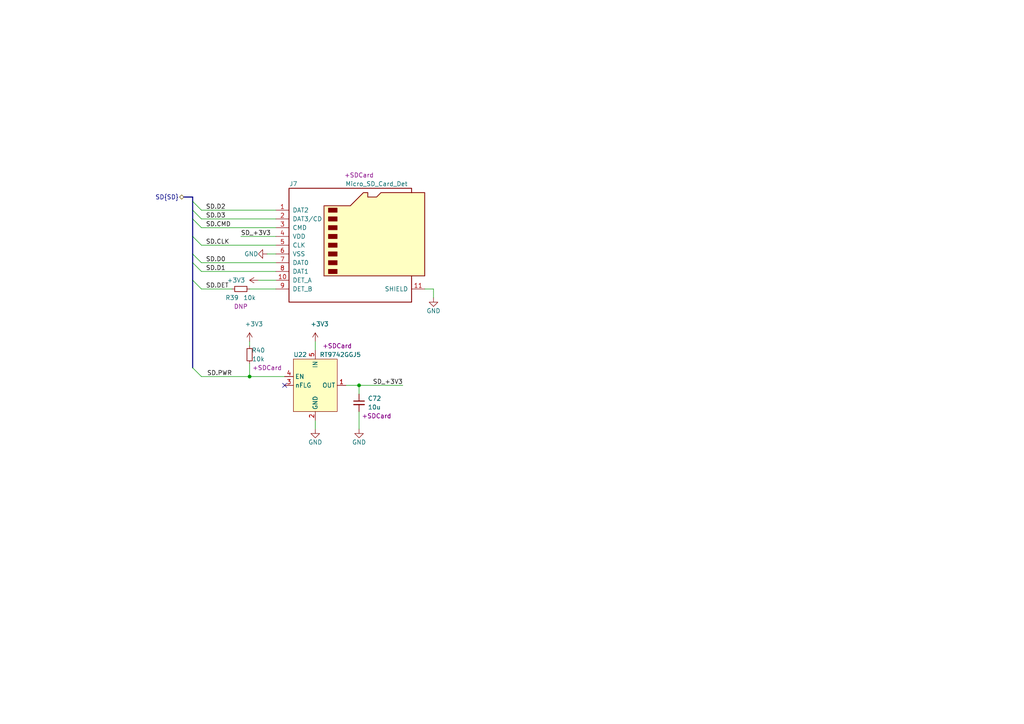
<source format=kicad_sch>
(kicad_sch (version 20211123) (generator eeschema)
  (paper "A4")
  (title_block (title "SD card") (date "2022-02-15") (rev "1.2") (company "Nabu Casa") (comment 1 "www.nabucasa.com") (comment 2 "Yellow"))
  (lib_symbols
    (symbol "Connector:Micro_SD_Card_Det" (pin_names (offset 1.016))
      (property "Reference" "J" (at -16.51 17.78 0))
      (property "Value" "Micro_SD_Card_Det" (at 16.51 17.78 0))
      (symbol "Micro_SD_Card_Det_0_1"
        (rectangle (start -7.62 -6.985) (end -5.08 -8.255) (fill (type outline)))
        (rectangle (start -7.62 -4.445) (end -5.08 -5.715) (fill (type outline)))
        (rectangle (start -7.62 -1.905) (end -5.08 -3.175) (fill (type outline)))
        (rectangle (start -7.62 0.635) (end -5.08 -0.635) (fill (type outline)))
        (rectangle (start -7.62 3.175) (end -5.08 1.905) (fill (type outline)))
        (rectangle (start -7.62 5.715) (end -5.08 4.445) (fill (type outline)))
        (rectangle (start -7.62 8.255) (end -5.08 6.985) (fill (type outline)))
        (rectangle (start -7.62 10.795) (end -5.08 9.525) (fill (type outline)))
        (polyline (pts (xy 16.51 15.24) (xy 16.51 16.51) (xy -19.05 16.51) (xy -19.05 -16.51) (xy 16.51 -16.51) (xy 16.51 -8.89)) (stroke (width 0.254)))
        (polyline (pts (xy -8.89 -8.89) (xy -8.89 11.43) (xy -1.27 11.43) (xy 2.54 15.24) (xy 3.81 15.24) (xy 3.81 13.97) (xy 6.35 13.97) (xy 7.62 15.24) (xy 20.32 15.24) (xy 20.32 -8.89) (xy -8.89 -8.89)) (stroke (width 0.254)) (fill (type background)))
      )
      (symbol "Micro_SD_Card_Det_1_1"
        (pin bidirectional line (at -22.86 10.16 0) (length 3.81) (name "DAT2") (number "1"))
        (pin passive line (at -22.86 -10.16 0) (length 3.81) (name "DET_A") (number "10"))
        (pin passive line (at 20.32 -12.7 180) (length 3.81) (name "SHIELD") (number "11"))
        (pin bidirectional line (at -22.86 7.62 0) (length 3.81) (name "DAT3/CD") (number "2"))
        (pin input line (at -22.86 5.08 0) (length 3.81) (name "CMD") (number "3"))
        (pin power_in line (at -22.86 2.54 0) (length 3.81) (name "VDD") (number "4"))
        (pin input line (at -22.86 0 0) (length 3.81) (name "CLK") (number "5"))
        (pin power_in line (at -22.86 -2.54 0) (length 3.81) (name "VSS") (number "6"))
        (pin bidirectional line (at -22.86 -5.08 0) (length 3.81) (name "DAT0") (number "7"))
        (pin bidirectional line (at -22.86 -7.62 0) (length 3.81) (name "DAT1") (number "8"))
        (pin passive line (at -22.86 -12.7 0) (length 3.81) (name "DET_B") (number "9"))
      )
    )
    (symbol "Device:C_Small" (pin_numbers hide) (pin_names (offset 0.254) hide)
      (property "Reference" "C" (at 0.254 1.778 0))
      (property "Value" "C_Small" (at 0.254 -2.032 0))
      (symbol "C_Small_0_1"
        (polyline (pts (xy -1.524 -0.508) (xy 1.524 -0.508)) (stroke (width 0.3302)))
        (polyline (pts (xy -1.524 0.508) (xy 1.524 0.508)) (stroke (width 0.3048)))
      )
      (symbol "C_Small_1_1"
        (pin passive line (at 0 2.54 270) (length 2.032) (name "~") (number "1"))
        (pin passive line (at 0 -2.54 90) (length 2.032) (name "~") (number "2"))
      )
    )
    (symbol "Device:R_Small" (pin_numbers hide) (pin_names (offset 0.254) hide)
      (property "Reference" "R" (at 0.762 0.508 0))
      (property "Value" "R_Small" (at 0.762 -1.016 0))
      (symbol "R_Small_0_1"
        (rectangle (start -0.762 1.778) (end 0.762 -1.778) (stroke (width 0.2032)))
      )
      (symbol "R_Small_1_1"
        (pin passive line (at 0 2.54 270) (length 0.762) (name "~") (number "1"))
        (pin passive line (at 0 -2.54 90) (length 0.762) (name "~") (number "2"))
      )
    )
    (symbol "Yellow:RT9742GGJ5"
      (property "Reference" "U" (at -5.08 8.89 0))
      (property "Value" "RT9742GGJ5" (at 7.62 8.89 0))
      (symbol "RT9742GGJ5_0_0"
        (pin power_out line (at 8.89 0 180) (length 2.54) (name "OUT") (number "1"))
        (pin power_in line (at 0 -10.16 90) (length 2.54) (name "GND") (number "2"))
        (pin open_collector line (at -8.89 0 0) (length 2.54) (name "nFLG") (number "3"))
        (pin input line (at -8.89 2.54 0) (length 2.54) (name "EN") (number "4"))
        (pin power_in line (at 0 10.16 270) (length 2.54) (name "IN") (number "5"))
      )
      (symbol "RT9742GGJ5_0_1"
        (rectangle (start -6.35 7.62) (end 6.35 -7.62) (fill (type background)))
      )
    )
    (symbol "power:+3V3" (power) (pin_names (offset 0))
      (property "Value" "+3V3" (at 0 3.556 0))
      (symbol "+3V3_0_1"
        (polyline (pts (xy -0.762 1.27) (xy 0 2.54)))
        (polyline (pts (xy 0 0) (xy 0 2.54)))
        (polyline (pts (xy 0 2.54) (xy 0.762 1.27)))
      )
      (symbol "+3V3_1_1"
        (pin power_in line (at 0 0 90) (length 0) hide (name "+3V3") (number "1"))
      )
    )
    (symbol "power:GND" (power) (pin_names (offset 0))
      (property "Value" "GND" (at 0 -3.81 0))
      (symbol "GND_0_1"
        (polyline (pts (xy 0 0) (xy 0 -1.27) (xy 1.27 -1.27) (xy 0 -2.54) (xy -1.27 -1.27) (xy 0 -1.27)))
      )
      (symbol "GND_1_1"
        (pin power_in line (at 0 0 270) (length 0) hide (name "GND") (number "1"))
      )
    )
  )
  (junction (at 104.14 111.76) (diameter 0.9144))
  (junction (at 72.39 109.22) (diameter 0.9144))
  (no_connect (at 82.55 111.76))
  (bus_entry (at 55.88 60.96) (size 2.54 2.54) (stroke (width 0.1524)))
  (bus_entry (at 55.88 106.68) (size 2.54 2.54) (stroke (width 0.1524)))
  (bus_entry (at 55.88 73.66) (size 2.54 2.54) (stroke (width 0.1524)))
  (bus_entry (at 55.88 68.58) (size 2.54 2.54) (stroke (width 0.1524)))
  (bus_entry (at 55.88 63.5) (size 2.54 2.54) (stroke (width 0.1524)))
  (bus_entry (at 55.88 81.28) (size 2.54 2.54) (stroke (width 0.1524)))
  (bus_entry (at 55.88 76.2) (size 2.54 2.54) (stroke (width 0.1524)))
  (bus_entry (at 55.88 58.42) (size 2.54 2.54) (stroke (width 0.1524)))
  (wire (pts (xy 100.33 111.76) (xy 104.14 111.76)))
  (bus (pts (xy 55.88 68.58) (xy 55.88 73.66)))
  (bus (pts (xy 55.88 81.28) (xy 55.88 106.68)))
  (bus (pts (xy 55.88 73.66) (xy 55.88 76.2)))
  (bus (pts (xy 55.88 76.2) (xy 55.88 81.28)))
  (bus (pts (xy 55.88 60.96) (xy 55.88 63.5)))
  (bus (pts (xy 55.88 63.5) (xy 55.88 68.58)))
  (bus (pts (xy 55.88 57.15) (xy 55.88 58.42)))
  (bus (pts (xy 55.88 58.42) (xy 55.88 60.96)))
  (wire (pts (xy 72.39 99.06) (xy 72.39 100.33)))
  (wire (pts (xy 125.73 83.82) (xy 125.73 86.36)))
  (wire (pts (xy 104.14 111.76) (xy 116.84 111.76)))
  (wire (pts (xy 58.42 76.2) (xy 80.01 76.2)))
  (wire (pts (xy 58.42 71.12) (xy 80.01 71.12)))
  (wire (pts (xy 123.19 83.82) (xy 125.73 83.82)))
  (wire (pts (xy 72.39 105.41) (xy 72.39 109.22)))
  (wire (pts (xy 58.42 63.5) (xy 80.01 63.5)))
  (wire (pts (xy 74.93 81.28) (xy 80.01 81.28)))
  (wire (pts (xy 69.85 68.58) (xy 80.01 68.58)))
  (wire (pts (xy 104.14 119.38) (xy 104.14 124.46)))
  (wire (pts (xy 58.42 78.74) (xy 80.01 78.74)))
  (wire (pts (xy 58.42 83.82) (xy 67.31 83.82)))
  (wire (pts (xy 80.01 73.66) (xy 77.47 73.66)))
  (wire (pts (xy 91.44 99.06) (xy 91.44 101.6)))
  (wire (pts (xy 58.42 60.96) (xy 80.01 60.96)))
  (wire (pts (xy 58.42 66.04) (xy 80.01 66.04)))
  (wire (pts (xy 72.39 83.82) (xy 80.01 83.82)))
  (wire (pts (xy 104.14 111.76) (xy 104.14 114.3)))
  (wire (pts (xy 91.44 121.92) (xy 91.44 124.46)))
  (wire (pts (xy 58.42 109.22) (xy 72.39 109.22)))
  (wire (pts (xy 72.39 109.22) (xy 82.55 109.22)))
  (bus (pts (xy 53.34 57.15) (xy 55.88 57.15)))
  (label "SD.D1" (at 59.69 78.74 0))
  (label "SD.CLK" (at 59.69 71.12 0))
  (label "SD.CMD" (at 59.69 66.04 0))
  (label "SD_+3V3" (at 116.84 111.76 180))
  (label "SD.D2" (at 59.69 60.96 0))
  (label "SD.PWR" (at 67.31 109.22 180))
  (label "SD.DET" (at 59.69 83.82 0))
  (label "SD.D0" (at 59.69 76.2 0))
  (label "SD.D3" (at 59.69 63.5 0))
  (label "SD_+3V3" (at 69.85 68.58 0))
  (hierarchical_label "SD{SD}" (shape bidirectional) (at 53.34 57.15 180))
  (symbol (lib_id "Device:R_Small") (at 72.39 102.87 0) (unit 1)
    (property "Reference" "R40" (at 74.93 101.6 0))
    (property "Value" "10k" (at 74.93 104.14 0))
    (property "Footprint" "Resistor_SMD:R_0402_1005Metric" (effects hide))
    (property "Config" "+SDCard" (at 77.47 106.68 0))
  )
  (symbol (lib_id "Connector:Micro_SD_Card_Det") (at 102.87 71.12 0) (unit 1)
    (property "Reference" "J7" (at 85.09 53.34 0))
    (property "Value" "Micro_SD_Card_Det" (at 109.22 53.34 0))
    (property "Footprint" "Connector_Card:microSD_HC_Molex_104031-0811" (effects hide))
    (property "Datasheet" "https://www.hirose.com/product/en/download_file/key_name/DM3/category/Catalog/doc_file_id/49662/?file_category_id=4&item_id=195&is_series=1" (effects hide))
    (property "Config" "+SDCard" (at 104.14 50.8 0))
    (property "Manufacturer" "Molex" (effects hide))
    (property "PartNumber" "104031-0811" (effects hide))
  )
  (symbol (lib_id "Yellow:RT9742GGJ5") (at 91.44 111.76 0) (unit 1)
    (property "Reference" "U22" (at 85.09 102.87 0) (effects (justify left)))
    (property "Value" "RT9742GGJ5" (at 92.71 102.87 0) (effects (justify left)))
    (property "Footprint" "Package_TO_SOT_SMD:SOT-23-5" (effects hide))
    (property "Datasheet" "https://www.richtek.com/assets/product_file/RT9742/DS9742-00.pdf" (effects hide))
    (property "Config" "+SDCard" (at 97.79 100.33 0))
    (property "Manufacturer" "Richtek USA" (effects hide))
    (property "PartNumber" "RT9742GGJ5" (effects hide))
  )
  (symbol (lib_id "Device:R_Small") (at 69.85 83.82 270) (unit 1)
    (property "Reference" "R39" (at 67.31 86.36 90))
    (property "Value" "10k" (at 72.39 86.36 90))
    (property "Footprint" "Resistor_SMD:R_0402_1005Metric" (effects hide))
    (property "Config" "DNP" (at 69.85 88.9 90))
  )
  (symbol (lib_id "power:GND") (at 91.44 124.46 0) (unit 1)
    (property "Reference" "#PWR0151" (effects hide))
    (property "Value" "GND" (at 91.44 128.27 0))
  )
  (symbol (lib_id "power:+3V3") (at 72.39 99.06 0) (unit 1)
    (property "Reference" "#PWR0147" (effects hide))
    (property "Value" "+3V3" (at 73.66 93.98 0))
  )
  (symbol (lib_id "power:GND") (at 77.47 73.66 270) (unit 1)
    (property "Reference" "#PWR0149" (effects hide))
    (property "Value" "GND" (at 74.93 73.66 90) (effects (justify right)))
  )
  (symbol (lib_id "power:+3V3") (at 74.93 81.28 90) (unit 1)
    (property "Reference" "#PWR0148" (effects hide))
    (property "Value" "+3V3" (at 71.12 81.28 90) (effects (justify left)))
  )
  (symbol (lib_id "power:+3V3") (at 91.44 99.06 0) (unit 1)
    (property "Reference" "#PWR0150" (effects hide))
    (property "Value" "+3V3" (at 92.71 93.98 0))
  )
  (symbol (lib_id "power:GND") (at 125.73 86.36 0) (unit 1)
    (property "Reference" "#PWR0153" (effects hide))
    (property "Value" "GND" (at 125.73 90.17 0))
  )
  (symbol (lib_id "Device:C_Small") (at 104.14 116.84 0) (unit 1)
    (property "Reference" "C72" (at 106.68 115.57 0) (effects (justify left)))
    (property "Value" "10u" (at 106.68 118.11 0) (effects (justify left)))
    (property "Footprint" "Capacitor_SMD:C_0805_2012Metric" (effects hide))
    (property "Config" "+SDCard" (at 109.22 120.65 0))
  )
  (symbol (lib_id "power:GND") (at 104.14 124.46 0) (unit 1)
    (property "Reference" "#PWR0152" (effects hide))
    (property "Value" "GND" (at 104.14 128.27 0))
  )
)
</source>
